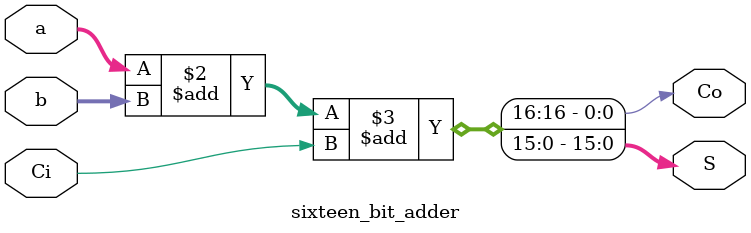
<source format=v>
module sixteen_bit_adder(S, Co, a, b, Ci);

output reg [15:0] S;
output reg Co;

input [15:0] a, b;
input Ci;

always @ (*)
begin
	{Co, S} = a + b + Ci;
end

endmodule
</source>
